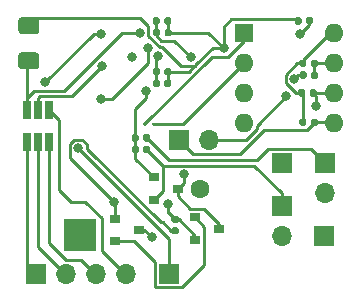
<source format=gbr>
%TF.GenerationSoftware,KiCad,Pcbnew,(5.1.6)-1*%
%TF.CreationDate,2020-10-15T17:46:37+08:00*%
%TF.ProjectId,Music_Player,4d757369-635f-4506-9c61-7965722e6b69,rev?*%
%TF.SameCoordinates,Original*%
%TF.FileFunction,Copper,L4,Bot*%
%TF.FilePolarity,Positive*%
%FSLAX46Y46*%
G04 Gerber Fmt 4.6, Leading zero omitted, Abs format (unit mm)*
G04 Created by KiCad (PCBNEW (5.1.6)-1) date 2020-10-15 17:46:37*
%MOMM*%
%LPD*%
G01*
G04 APERTURE LIST*
%TA.AperFunction,ComponentPad*%
%ADD10C,0.320000*%
%TD*%
%TA.AperFunction,SMDPad,CuDef*%
%ADD11R,0.650000X1.560000*%
%TD*%
%TA.AperFunction,ComponentPad*%
%ADD12O,1.600000X1.600000*%
%TD*%
%TA.AperFunction,ComponentPad*%
%ADD13R,1.600000X1.600000*%
%TD*%
%TA.AperFunction,SMDPad,CuDef*%
%ADD14R,0.900000X0.800000*%
%TD*%
%TA.AperFunction,ComponentPad*%
%ADD15R,1.700000X1.700000*%
%TD*%
%TA.AperFunction,ComponentPad*%
%ADD16O,1.700000X1.700000*%
%TD*%
%TA.AperFunction,ComponentPad*%
%ADD17C,1.600000*%
%TD*%
%TA.AperFunction,ComponentPad*%
%ADD18R,2.700000X2.700000*%
%TD*%
%TA.AperFunction,ViaPad*%
%ADD19C,0.800000*%
%TD*%
%TA.AperFunction,Conductor*%
%ADD20C,0.250000*%
%TD*%
G04 APERTURE END LIST*
D10*
%TO.P,Y1,2*%
%TO.N,Net-(U2-Pad2)*%
X21700000Y-19300000D03*
%TO.P,Y1,1*%
%TO.N,Net-(U2-Pad1)*%
X21000000Y-19300000D03*
%TD*%
D11*
%TO.P,U6,5*%
%TO.N,/BAT_D3*%
X12000000Y-20850000D03*
%TO.P,U6,6*%
%TO.N,/BAT_D4*%
X11050000Y-20850000D03*
%TO.P,U6,4*%
%TO.N,/BAT_D2*%
X12950000Y-20850000D03*
%TO.P,U6,3*%
%TO.N,/BAT_D1*%
X12950000Y-18150000D03*
%TO.P,U6,2*%
%TO.N,GND*%
X12000000Y-18150000D03*
%TO.P,U6,1*%
%TO.N,/BAT_PWR*%
X11050000Y-18150000D03*
%TD*%
D12*
%TO.P,U2,8*%
%TO.N,+3V3*%
X37020000Y-11600000D03*
%TO.P,U2,4*%
%TO.N,GND*%
X29400000Y-19220000D03*
%TO.P,U2,7*%
%TO.N,/RTC_OUT*%
X37020000Y-14140000D03*
%TO.P,U2,3*%
%TO.N,Net-(BT1-Pad1)*%
X29400000Y-16680000D03*
%TO.P,U2,6*%
%TO.N,Net-(J1-Pad2)*%
X37020000Y-16680000D03*
%TO.P,U2,2*%
%TO.N,Net-(U2-Pad2)*%
X29400000Y-14140000D03*
%TO.P,U2,5*%
%TO.N,Net-(J1-Pad1)*%
X37020000Y-19220000D03*
D13*
%TO.P,U2,1*%
%TO.N,Net-(U2-Pad1)*%
X29400000Y-11600000D03*
%TD*%
D14*
%TO.P,U1,3*%
%TO.N,/BAT+*%
X20500000Y-28300000D03*
%TO.P,U1,2*%
%TO.N,GND*%
X18500000Y-27350000D03*
%TO.P,U1,1*%
%TO.N,Net-(Q1-Pad2)*%
X18500000Y-29250000D03*
%TD*%
%TO.P,R4,2*%
%TO.N,/RTC_OUT*%
%TA.AperFunction,SMDPad,CuDef*%
G36*
G01*
X35105000Y-15372500D02*
X35105000Y-15027500D01*
G75*
G02*
X35252500Y-14880000I147500J0D01*
G01*
X35547500Y-14880000D01*
G75*
G02*
X35695000Y-15027500I0J-147500D01*
G01*
X35695000Y-15372500D01*
G75*
G02*
X35547500Y-15520000I-147500J0D01*
G01*
X35252500Y-15520000D01*
G75*
G02*
X35105000Y-15372500I0J147500D01*
G01*
G37*
%TD.AperFunction*%
%TO.P,R4,1*%
%TO.N,Net-(D1-Pad2)*%
%TA.AperFunction,SMDPad,CuDef*%
G36*
G01*
X34135000Y-15372500D02*
X34135000Y-15027500D01*
G75*
G02*
X34282500Y-14880000I147500J0D01*
G01*
X34577500Y-14880000D01*
G75*
G02*
X34725000Y-15027500I0J-147500D01*
G01*
X34725000Y-15372500D01*
G75*
G02*
X34577500Y-15520000I-147500J0D01*
G01*
X34282500Y-15520000D01*
G75*
G02*
X34135000Y-15372500I0J147500D01*
G01*
G37*
%TD.AperFunction*%
%TD*%
%TO.P,R3,2*%
%TO.N,+3V3*%
%TA.AperFunction,SMDPad,CuDef*%
G36*
G01*
X34710000Y-14027500D02*
X34710000Y-14372500D01*
G75*
G02*
X34562500Y-14520000I-147500J0D01*
G01*
X34267500Y-14520000D01*
G75*
G02*
X34120000Y-14372500I0J147500D01*
G01*
X34120000Y-14027500D01*
G75*
G02*
X34267500Y-13880000I147500J0D01*
G01*
X34562500Y-13880000D01*
G75*
G02*
X34710000Y-14027500I0J-147500D01*
G01*
G37*
%TD.AperFunction*%
%TO.P,R3,1*%
%TO.N,/RTC_OUT*%
%TA.AperFunction,SMDPad,CuDef*%
G36*
G01*
X35680000Y-14027500D02*
X35680000Y-14372500D01*
G75*
G02*
X35532500Y-14520000I-147500J0D01*
G01*
X35237500Y-14520000D01*
G75*
G02*
X35090000Y-14372500I0J147500D01*
G01*
X35090000Y-14027500D01*
G75*
G02*
X35237500Y-13880000I147500J0D01*
G01*
X35532500Y-13880000D01*
G75*
G02*
X35680000Y-14027500I0J-147500D01*
G01*
G37*
%TD.AperFunction*%
%TD*%
%TO.P,R2,2*%
%TO.N,Net-(J1-Pad1)*%
%TA.AperFunction,SMDPad,CuDef*%
G36*
G01*
X35090000Y-19372500D02*
X35090000Y-19027500D01*
G75*
G02*
X35237500Y-18880000I147500J0D01*
G01*
X35532500Y-18880000D01*
G75*
G02*
X35680000Y-19027500I0J-147500D01*
G01*
X35680000Y-19372500D01*
G75*
G02*
X35532500Y-19520000I-147500J0D01*
G01*
X35237500Y-19520000D01*
G75*
G02*
X35090000Y-19372500I0J147500D01*
G01*
G37*
%TD.AperFunction*%
%TO.P,R2,1*%
%TO.N,+3V3*%
%TA.AperFunction,SMDPad,CuDef*%
G36*
G01*
X34120000Y-19372500D02*
X34120000Y-19027500D01*
G75*
G02*
X34267500Y-18880000I147500J0D01*
G01*
X34562500Y-18880000D01*
G75*
G02*
X34710000Y-19027500I0J-147500D01*
G01*
X34710000Y-19372500D01*
G75*
G02*
X34562500Y-19520000I-147500J0D01*
G01*
X34267500Y-19520000D01*
G75*
G02*
X34120000Y-19372500I0J147500D01*
G01*
G37*
%TD.AperFunction*%
%TD*%
%TO.P,R1,2*%
%TO.N,Net-(J1-Pad2)*%
%TA.AperFunction,SMDPad,CuDef*%
G36*
G01*
X34975000Y-16872500D02*
X34975000Y-16527500D01*
G75*
G02*
X35122500Y-16380000I147500J0D01*
G01*
X35417500Y-16380000D01*
G75*
G02*
X35565000Y-16527500I0J-147500D01*
G01*
X35565000Y-16872500D01*
G75*
G02*
X35417500Y-17020000I-147500J0D01*
G01*
X35122500Y-17020000D01*
G75*
G02*
X34975000Y-16872500I0J147500D01*
G01*
G37*
%TD.AperFunction*%
%TO.P,R1,1*%
%TO.N,+3V3*%
%TA.AperFunction,SMDPad,CuDef*%
G36*
G01*
X34005000Y-16872500D02*
X34005000Y-16527500D01*
G75*
G02*
X34152500Y-16380000I147500J0D01*
G01*
X34447500Y-16380000D01*
G75*
G02*
X34595000Y-16527500I0J-147500D01*
G01*
X34595000Y-16872500D01*
G75*
G02*
X34447500Y-17020000I-147500J0D01*
G01*
X34152500Y-17020000D01*
G75*
G02*
X34005000Y-16872500I0J147500D01*
G01*
G37*
%TD.AperFunction*%
%TD*%
%TO.P,Q2,3*%
%TO.N,/BAT+*%
X23800000Y-24800000D03*
%TO.P,Q2,2*%
%TO.N,+5V*%
X21800000Y-23850000D03*
%TO.P,Q2,1*%
%TO.N,/bat_+*%
X21800000Y-25750000D03*
%TD*%
%TO.P,Q1,3*%
%TO.N,/BAT+*%
X27300000Y-28200000D03*
%TO.P,Q1,2*%
%TO.N,Net-(Q1-Pad2)*%
X25300000Y-27250000D03*
%TO.P,Q1,1*%
%TO.N,/BAT_PWR*%
X25300000Y-29150000D03*
%TD*%
D15*
%TO.P,J7,1*%
%TO.N,/RTC_OUT*%
X32600000Y-22600000D03*
%TD*%
%TO.P,J6,1*%
%TO.N,+3V3*%
X36200000Y-28800000D03*
%TD*%
%TO.P,J5,1*%
%TO.N,CVDD*%
X23100000Y-32000000D03*
%TD*%
D16*
%TO.P,J4,4*%
%TO.N,/BAT_D1*%
X19420000Y-32000000D03*
%TO.P,J4,3*%
%TO.N,/BAT_D2*%
X16880000Y-32000000D03*
%TO.P,J4,2*%
%TO.N,/BAT_D3*%
X14340000Y-32000000D03*
D15*
%TO.P,J4,1*%
%TO.N,/BAT_D4*%
X11800000Y-32000000D03*
%TD*%
D16*
%TO.P,J3,2*%
%TO.N,GND*%
X36300000Y-25140000D03*
D15*
%TO.P,J3,1*%
%TO.N,VBUS*%
X36300000Y-22600000D03*
%TD*%
D16*
%TO.P,J2,2*%
%TO.N,GND*%
X32600000Y-28840000D03*
D15*
%TO.P,J2,1*%
%TO.N,/bat_+*%
X32600000Y-26300000D03*
%TD*%
D16*
%TO.P,J1,2*%
%TO.N,Net-(J1-Pad2)*%
X26440000Y-20700000D03*
D15*
%TO.P,J1,1*%
%TO.N,Net-(J1-Pad1)*%
X23900000Y-20700000D03*
%TD*%
%TO.P,D8,2*%
%TO.N,/bat_+*%
%TA.AperFunction,SMDPad,CuDef*%
G36*
G01*
X20890000Y-21672500D02*
X20890000Y-21327500D01*
G75*
G02*
X21037500Y-21180000I147500J0D01*
G01*
X21332500Y-21180000D01*
G75*
G02*
X21480000Y-21327500I0J-147500D01*
G01*
X21480000Y-21672500D01*
G75*
G02*
X21332500Y-21820000I-147500J0D01*
G01*
X21037500Y-21820000D01*
G75*
G02*
X20890000Y-21672500I0J147500D01*
G01*
G37*
%TD.AperFunction*%
%TO.P,D8,1*%
%TO.N,+5V*%
%TA.AperFunction,SMDPad,CuDef*%
G36*
G01*
X19920000Y-21672500D02*
X19920000Y-21327500D01*
G75*
G02*
X20067500Y-21180000I147500J0D01*
G01*
X20362500Y-21180000D01*
G75*
G02*
X20510000Y-21327500I0J-147500D01*
G01*
X20510000Y-21672500D01*
G75*
G02*
X20362500Y-21820000I-147500J0D01*
G01*
X20067500Y-21820000D01*
G75*
G02*
X19920000Y-21672500I0J147500D01*
G01*
G37*
%TD.AperFunction*%
%TD*%
%TO.P,D7,2*%
%TO.N,+5V*%
%TA.AperFunction,SMDPad,CuDef*%
G36*
G01*
X20510000Y-20327500D02*
X20510000Y-20672500D01*
G75*
G02*
X20362500Y-20820000I-147500J0D01*
G01*
X20067500Y-20820000D01*
G75*
G02*
X19920000Y-20672500I0J147500D01*
G01*
X19920000Y-20327500D01*
G75*
G02*
X20067500Y-20180000I147500J0D01*
G01*
X20362500Y-20180000D01*
G75*
G02*
X20510000Y-20327500I0J-147500D01*
G01*
G37*
%TD.AperFunction*%
%TO.P,D7,1*%
%TO.N,VBUS*%
%TA.AperFunction,SMDPad,CuDef*%
G36*
G01*
X21480000Y-20327500D02*
X21480000Y-20672500D01*
G75*
G02*
X21332500Y-20820000I-147500J0D01*
G01*
X21037500Y-20820000D01*
G75*
G02*
X20890000Y-20672500I0J147500D01*
G01*
X20890000Y-20327500D01*
G75*
G02*
X21037500Y-20180000I147500J0D01*
G01*
X21332500Y-20180000D01*
G75*
G02*
X21480000Y-20327500I0J-147500D01*
G01*
G37*
%TD.AperFunction*%
%TD*%
%TO.P,D1,2*%
%TO.N,Net-(D1-Pad2)*%
%TA.AperFunction,SMDPad,CuDef*%
G36*
G01*
X34675000Y-10772500D02*
X34675000Y-10427500D01*
G75*
G02*
X34822500Y-10280000I147500J0D01*
G01*
X35117500Y-10280000D01*
G75*
G02*
X35265000Y-10427500I0J-147500D01*
G01*
X35265000Y-10772500D01*
G75*
G02*
X35117500Y-10920000I-147500J0D01*
G01*
X34822500Y-10920000D01*
G75*
G02*
X34675000Y-10772500I0J147500D01*
G01*
G37*
%TD.AperFunction*%
%TO.P,D1,1*%
%TO.N,GND*%
%TA.AperFunction,SMDPad,CuDef*%
G36*
G01*
X33705000Y-10772500D02*
X33705000Y-10427500D01*
G75*
G02*
X33852500Y-10280000I147500J0D01*
G01*
X34147500Y-10280000D01*
G75*
G02*
X34295000Y-10427500I0J-147500D01*
G01*
X34295000Y-10772500D01*
G75*
G02*
X34147500Y-10920000I-147500J0D01*
G01*
X33852500Y-10920000D01*
G75*
G02*
X33705000Y-10772500I0J147500D01*
G01*
G37*
%TD.AperFunction*%
%TD*%
%TO.P,C11,2*%
%TO.N,GND*%
%TA.AperFunction,SMDPad,CuDef*%
G36*
G01*
X11825000Y-11725000D02*
X10575000Y-11725000D01*
G75*
G02*
X10325000Y-11475000I0J250000D01*
G01*
X10325000Y-10550000D01*
G75*
G02*
X10575000Y-10300000I250000J0D01*
G01*
X11825000Y-10300000D01*
G75*
G02*
X12075000Y-10550000I0J-250000D01*
G01*
X12075000Y-11475000D01*
G75*
G02*
X11825000Y-11725000I-250000J0D01*
G01*
G37*
%TD.AperFunction*%
%TO.P,C11,1*%
%TO.N,/BAT_PWR*%
%TA.AperFunction,SMDPad,CuDef*%
G36*
G01*
X11825000Y-14700000D02*
X10575000Y-14700000D01*
G75*
G02*
X10325000Y-14450000I0J250000D01*
G01*
X10325000Y-13525000D01*
G75*
G02*
X10575000Y-13275000I250000J0D01*
G01*
X11825000Y-13275000D01*
G75*
G02*
X12075000Y-13525000I0J-250000D01*
G01*
X12075000Y-14450000D01*
G75*
G02*
X11825000Y-14700000I-250000J0D01*
G01*
G37*
%TD.AperFunction*%
%TD*%
%TO.P,C10,2*%
%TO.N,GND*%
%TA.AperFunction,SMDPad,CuDef*%
G36*
G01*
X22705000Y-11772500D02*
X22705000Y-11427500D01*
G75*
G02*
X22852500Y-11280000I147500J0D01*
G01*
X23147500Y-11280000D01*
G75*
G02*
X23295000Y-11427500I0J-147500D01*
G01*
X23295000Y-11772500D01*
G75*
G02*
X23147500Y-11920000I-147500J0D01*
G01*
X22852500Y-11920000D01*
G75*
G02*
X22705000Y-11772500I0J147500D01*
G01*
G37*
%TD.AperFunction*%
%TO.P,C10,1*%
%TO.N,+3V3*%
%TA.AperFunction,SMDPad,CuDef*%
G36*
G01*
X21735000Y-11772500D02*
X21735000Y-11427500D01*
G75*
G02*
X21882500Y-11280000I147500J0D01*
G01*
X22177500Y-11280000D01*
G75*
G02*
X22325000Y-11427500I0J-147500D01*
G01*
X22325000Y-11772500D01*
G75*
G02*
X22177500Y-11920000I-147500J0D01*
G01*
X21882500Y-11920000D01*
G75*
G02*
X21735000Y-11772500I0J147500D01*
G01*
G37*
%TD.AperFunction*%
%TD*%
%TO.P,C9,2*%
%TO.N,GND*%
%TA.AperFunction,SMDPad,CuDef*%
G36*
G01*
X22675000Y-10772500D02*
X22675000Y-10427500D01*
G75*
G02*
X22822500Y-10280000I147500J0D01*
G01*
X23117500Y-10280000D01*
G75*
G02*
X23265000Y-10427500I0J-147500D01*
G01*
X23265000Y-10772500D01*
G75*
G02*
X23117500Y-10920000I-147500J0D01*
G01*
X22822500Y-10920000D01*
G75*
G02*
X22675000Y-10772500I0J147500D01*
G01*
G37*
%TD.AperFunction*%
%TO.P,C9,1*%
%TO.N,+3V3*%
%TA.AperFunction,SMDPad,CuDef*%
G36*
G01*
X21705000Y-10772500D02*
X21705000Y-10427500D01*
G75*
G02*
X21852500Y-10280000I147500J0D01*
G01*
X22147500Y-10280000D01*
G75*
G02*
X22295000Y-10427500I0J-147500D01*
G01*
X22295000Y-10772500D01*
G75*
G02*
X22147500Y-10920000I-147500J0D01*
G01*
X21852500Y-10920000D01*
G75*
G02*
X21705000Y-10772500I0J147500D01*
G01*
G37*
%TD.AperFunction*%
%TD*%
%TO.P,C6,2*%
%TO.N,GND*%
%TA.AperFunction,SMDPad,CuDef*%
G36*
G01*
X22690000Y-16072500D02*
X22690000Y-15727500D01*
G75*
G02*
X22837500Y-15580000I147500J0D01*
G01*
X23132500Y-15580000D01*
G75*
G02*
X23280000Y-15727500I0J-147500D01*
G01*
X23280000Y-16072500D01*
G75*
G02*
X23132500Y-16220000I-147500J0D01*
G01*
X22837500Y-16220000D01*
G75*
G02*
X22690000Y-16072500I0J147500D01*
G01*
G37*
%TD.AperFunction*%
%TO.P,C6,1*%
%TO.N,Net-(C5-Pad1)*%
%TA.AperFunction,SMDPad,CuDef*%
G36*
G01*
X21720000Y-16072500D02*
X21720000Y-15727500D01*
G75*
G02*
X21867500Y-15580000I147500J0D01*
G01*
X22162500Y-15580000D01*
G75*
G02*
X22310000Y-15727500I0J-147500D01*
G01*
X22310000Y-16072500D01*
G75*
G02*
X22162500Y-16220000I-147500J0D01*
G01*
X21867500Y-16220000D01*
G75*
G02*
X21720000Y-16072500I0J147500D01*
G01*
G37*
%TD.AperFunction*%
%TD*%
%TO.P,C5,2*%
%TO.N,GND*%
%TA.AperFunction,SMDPad,CuDef*%
G36*
G01*
X22690000Y-15072500D02*
X22690000Y-14727500D01*
G75*
G02*
X22837500Y-14580000I147500J0D01*
G01*
X23132500Y-14580000D01*
G75*
G02*
X23280000Y-14727500I0J-147500D01*
G01*
X23280000Y-15072500D01*
G75*
G02*
X23132500Y-15220000I-147500J0D01*
G01*
X22837500Y-15220000D01*
G75*
G02*
X22690000Y-15072500I0J147500D01*
G01*
G37*
%TD.AperFunction*%
%TO.P,C5,1*%
%TO.N,Net-(C5-Pad1)*%
%TA.AperFunction,SMDPad,CuDef*%
G36*
G01*
X21720000Y-15072500D02*
X21720000Y-14727500D01*
G75*
G02*
X21867500Y-14580000I147500J0D01*
G01*
X22162500Y-14580000D01*
G75*
G02*
X22310000Y-14727500I0J-147500D01*
G01*
X22310000Y-15072500D01*
G75*
G02*
X22162500Y-15220000I-147500J0D01*
G01*
X21867500Y-15220000D01*
G75*
G02*
X21720000Y-15072500I0J147500D01*
G01*
G37*
%TD.AperFunction*%
%TD*%
%TO.P,C1,2*%
%TO.N,/BAT_PWR*%
%TA.AperFunction,SMDPad,CuDef*%
G36*
G01*
X23772500Y-27710000D02*
X23427500Y-27710000D01*
G75*
G02*
X23280000Y-27562500I0J147500D01*
G01*
X23280000Y-27267500D01*
G75*
G02*
X23427500Y-27120000I147500J0D01*
G01*
X23772500Y-27120000D01*
G75*
G02*
X23920000Y-27267500I0J-147500D01*
G01*
X23920000Y-27562500D01*
G75*
G02*
X23772500Y-27710000I-147500J0D01*
G01*
G37*
%TD.AperFunction*%
%TO.P,C1,1*%
%TO.N,GND*%
%TA.AperFunction,SMDPad,CuDef*%
G36*
G01*
X23772500Y-28680000D02*
X23427500Y-28680000D01*
G75*
G02*
X23280000Y-28532500I0J147500D01*
G01*
X23280000Y-28237500D01*
G75*
G02*
X23427500Y-28090000I147500J0D01*
G01*
X23772500Y-28090000D01*
G75*
G02*
X23920000Y-28237500I0J-147500D01*
G01*
X23920000Y-28532500D01*
G75*
G02*
X23772500Y-28680000I-147500J0D01*
G01*
G37*
%TD.AperFunction*%
%TD*%
D17*
%TO.P,BT1,2*%
%TO.N,GND*%
X25670000Y-24850000D03*
D18*
%TO.P,BT1,1*%
%TO.N,Net-(BT1-Pad1)*%
X15500000Y-28700000D03*
%TD*%
D19*
%TO.N,GND*%
X17371185Y-14434078D03*
X27700000Y-12900000D03*
X18400000Y-25900000D03*
%TO.N,+3V3*%
X24900000Y-13700000D03*
%TO.N,CVDD*%
X15400000Y-21400000D03*
%TO.N,/BAT_PWR*%
X23000000Y-26100000D03*
X20600000Y-11600004D03*
X19900000Y-13700000D03*
%TO.N,Net-(D1-Pad2)*%
X33700000Y-15500000D03*
X34200000Y-11700000D03*
%TO.N,+5V*%
X21100000Y-16575000D03*
%TO.N,Net-(L1-Pad2)*%
X12600000Y-15800000D03*
X17300000Y-11699996D03*
%TO.N,/BAT+*%
X21600000Y-28900000D03*
X24305154Y-23605154D03*
%TO.N,Net-(C3-Pad2)*%
X21300000Y-12900000D03*
X17300000Y-17200000D03*
%TO.N,Net-(C5-Pad1)*%
X22157500Y-13557500D03*
%TO.N,Net-(J1-Pad2)*%
X33000000Y-17000000D03*
X35500000Y-17800000D03*
%TD*%
D20*
%TO.N,GND*%
X22970000Y-10600000D02*
X22970000Y-11570000D01*
X23000000Y-11600000D02*
X26400000Y-11600000D01*
X26400000Y-11600000D02*
X27700000Y-12900000D01*
X27700000Y-11114998D02*
X27700000Y-12900000D01*
X28339999Y-10474999D02*
X27700000Y-11114998D01*
X33874999Y-10474999D02*
X28339999Y-10474999D01*
X34000000Y-10600000D02*
X33874999Y-10474999D01*
X26763590Y-12900000D02*
X27700000Y-12900000D01*
X14830252Y-16975011D02*
X17371185Y-14434078D01*
X12144989Y-16975011D02*
X14830252Y-16975011D01*
X12000000Y-17120000D02*
X12144989Y-16975011D01*
X12000000Y-18150000D02*
X12000000Y-17120000D01*
X22985000Y-15900000D02*
X22985000Y-14900000D01*
X25481795Y-14181795D02*
X26763590Y-12900000D01*
X22985000Y-14900000D02*
X24763590Y-14900000D01*
X24763590Y-14900000D02*
X25481795Y-14181795D01*
X18500000Y-27350000D02*
X18500000Y-26000000D01*
X18500000Y-26000000D02*
X18400000Y-25900000D01*
X23600000Y-28385000D02*
X23280000Y-28385000D01*
X22549991Y-27654991D02*
X22354991Y-27654991D01*
X23280000Y-28385000D02*
X22549991Y-27654991D01*
X14674999Y-22174999D02*
X18400000Y-25900000D01*
X14674999Y-21051999D02*
X14674999Y-22174999D01*
X15051999Y-20674999D02*
X14674999Y-21051999D01*
X16125001Y-21051999D02*
X15748001Y-20674999D01*
X16125001Y-21425001D02*
X16125001Y-21051999D01*
X15748001Y-20674999D02*
X15051999Y-20674999D01*
X22354991Y-27654991D02*
X16125001Y-21425001D01*
X24098005Y-14425001D02*
X25238589Y-14425001D01*
X22505502Y-12832498D02*
X24098005Y-14425001D01*
X22274266Y-12832498D02*
X22505502Y-12832498D01*
X21325013Y-11051987D02*
X21325013Y-11883245D01*
X11200000Y-11012500D02*
X11837501Y-10374999D01*
X11837501Y-10374999D02*
X20648025Y-10374999D01*
X21325013Y-11883245D02*
X22274266Y-12832498D01*
X20648025Y-10374999D02*
X21325013Y-11051987D01*
X25238589Y-14425001D02*
X25481795Y-14181795D01*
%TO.N,+3V3*%
X22000000Y-11570000D02*
X22030000Y-11600000D01*
X22000000Y-10600000D02*
X22000000Y-11570000D01*
X34415000Y-16815000D02*
X34300000Y-16700000D01*
X34415000Y-19200000D02*
X34415000Y-16815000D01*
X34300000Y-14315000D02*
X34415000Y-14200000D01*
X36695000Y-11600000D02*
X37020000Y-11600000D01*
X34415000Y-13880000D02*
X36695000Y-11600000D01*
X34415000Y-14200000D02*
X34415000Y-13880000D01*
X32974999Y-15151999D02*
X33926998Y-14200000D01*
X32974999Y-15848001D02*
X32974999Y-15151999D01*
X33826998Y-16700000D02*
X32974999Y-15848001D01*
X33926998Y-14200000D02*
X34415000Y-14200000D01*
X34300000Y-16700000D02*
X33826998Y-16700000D01*
X22030000Y-11600000D02*
X22030000Y-11920000D01*
X22030000Y-11920000D02*
X22434987Y-12324987D01*
X22434987Y-12324987D02*
X23524987Y-12324987D01*
X23524987Y-12324987D02*
X24900000Y-13700000D01*
%TO.N,CVDD*%
X23100000Y-32000000D02*
X23100000Y-29100000D01*
X23100000Y-29100000D02*
X15400000Y-21400000D01*
%TO.N,/BAT_PWR*%
X11050000Y-14375000D02*
X11112500Y-14312500D01*
X11112500Y-14312500D02*
X11112500Y-14585502D01*
X23000000Y-26850000D02*
X23000000Y-26100000D01*
X23035000Y-26850000D02*
X23600000Y-27415000D01*
X23000000Y-26850000D02*
X23035000Y-26850000D01*
X25300000Y-28795000D02*
X25300000Y-29150000D01*
X23920000Y-27415000D02*
X25300000Y-28795000D01*
X23600000Y-27415000D02*
X23920000Y-27415000D01*
X11050000Y-14137500D02*
X11200000Y-13987500D01*
X11050000Y-18150000D02*
X11050000Y-14137500D01*
X11644998Y-16525002D02*
X14209314Y-16525002D01*
X19134312Y-11600004D02*
X20600000Y-11600004D01*
X11050000Y-18150000D02*
X11050000Y-17120000D01*
X14209314Y-16525002D02*
X19134312Y-11600004D01*
X11050000Y-17120000D02*
X11644998Y-16525002D01*
%TO.N,Net-(D1-Pad2)*%
X34430000Y-15200000D02*
X34000000Y-15200000D01*
X34000000Y-15200000D02*
X33700000Y-15500000D01*
X34970000Y-10930000D02*
X34970000Y-10600000D01*
X34200000Y-11700000D02*
X34970000Y-10930000D01*
%TO.N,+5V*%
X20215000Y-18025685D02*
X20215000Y-20500000D01*
X21100000Y-17140685D02*
X20215000Y-18025685D01*
X21100000Y-16575000D02*
X21100000Y-17140685D01*
X20215000Y-20500000D02*
X20215000Y-21500000D01*
X20215000Y-22265000D02*
X21800000Y-23850000D01*
X20215000Y-21500000D02*
X20215000Y-22265000D01*
%TO.N,VBUS*%
X21185000Y-20511768D02*
X23073232Y-22400000D01*
X21185000Y-20500000D02*
X21185000Y-20511768D01*
X31489999Y-21424999D02*
X35124999Y-21424999D01*
X30514998Y-22400000D02*
X31489999Y-21424999D01*
X35124999Y-21424999D02*
X36300000Y-22600000D01*
X23073232Y-22400000D02*
X30514998Y-22400000D01*
%TO.N,Net-(L1-Pad2)*%
X12600000Y-15800000D02*
X16700004Y-11699996D01*
X16700004Y-11699996D02*
X17300000Y-11699996D01*
%TO.N,/BAT+*%
X26010001Y-26524999D02*
X27300000Y-27814998D01*
X27300000Y-27814998D02*
X27300000Y-28200000D01*
X24874999Y-26524999D02*
X26010001Y-26524999D01*
X23800000Y-25450000D02*
X24874999Y-26524999D01*
X23800000Y-24800000D02*
X23800000Y-25450000D01*
X20500000Y-28300000D02*
X21000000Y-28300000D01*
X21000000Y-28300000D02*
X21600000Y-28900000D01*
X24305154Y-24294846D02*
X23800000Y-24800000D01*
X24305154Y-23605154D02*
X24305154Y-24294846D01*
%TO.N,/BAT_D1*%
X19420000Y-32100000D02*
X17400000Y-30080000D01*
X17400000Y-27314998D02*
X15985002Y-25900000D01*
X17400000Y-30080000D02*
X17400000Y-27314998D01*
X15985002Y-25900000D02*
X14800000Y-25900000D01*
X14800000Y-25900000D02*
X13800000Y-24900000D01*
X13800000Y-19000000D02*
X12950000Y-18150000D01*
X13800000Y-24900000D02*
X13800000Y-19000000D01*
%TO.N,/BAT_D2*%
X12950000Y-29435002D02*
X12950000Y-20850000D01*
X15604999Y-30824999D02*
X14339997Y-30824999D01*
X14339997Y-30824999D02*
X12950000Y-29435002D01*
X16880000Y-32100000D02*
X15604999Y-30824999D01*
%TO.N,/BAT_D3*%
X12000000Y-29760000D02*
X14340000Y-32100000D01*
X12000000Y-20850000D02*
X12000000Y-29760000D01*
%TO.N,/BAT_D4*%
X11050000Y-31350000D02*
X11050000Y-20850000D01*
X11800000Y-32100000D02*
X11050000Y-31350000D01*
%TO.N,Net-(C3-Pad2)*%
X21300000Y-12900000D02*
X21300000Y-14165685D01*
X21300000Y-14165685D02*
X18265685Y-17200000D01*
X18265685Y-17200000D02*
X17300000Y-17200000D01*
%TO.N,Net-(C5-Pad1)*%
X22015000Y-15900000D02*
X22015000Y-14900000D01*
X22015000Y-13700000D02*
X22157500Y-13557500D01*
X22015000Y-14900000D02*
X22015000Y-13700000D01*
%TO.N,Net-(J1-Pad2)*%
X37000000Y-16700000D02*
X37020000Y-16680000D01*
X35270000Y-16700000D02*
X37000000Y-16700000D01*
X29585002Y-20700000D02*
X26440000Y-20700000D01*
X30525001Y-19760001D02*
X29585002Y-20700000D01*
X30525001Y-19760001D02*
X30525001Y-19474999D01*
X30525001Y-19474999D02*
X33000000Y-17000000D01*
X35500000Y-16930000D02*
X35270000Y-16700000D01*
X35500000Y-17800000D02*
X35500000Y-16930000D01*
%TO.N,Net-(J1-Pad1)*%
X37000000Y-19200000D02*
X37020000Y-19220000D01*
X35385000Y-19200000D02*
X37000000Y-19200000D01*
X25075001Y-21875001D02*
X29124999Y-21875001D01*
X23900000Y-20700000D02*
X25075001Y-21875001D01*
X35385000Y-19218232D02*
X35385000Y-19200000D01*
X34758222Y-19845010D02*
X35385000Y-19218232D01*
X31154990Y-19845010D02*
X34758222Y-19845010D01*
X29124999Y-21875001D02*
X31154990Y-19845010D01*
%TO.N,Net-(Q1-Pad2)*%
X26075001Y-28025001D02*
X25300000Y-27250000D01*
X26075001Y-31310001D02*
X26075001Y-28025001D01*
X24210001Y-33175001D02*
X26075001Y-31310001D01*
X21989999Y-33175001D02*
X24210001Y-33175001D01*
X21924999Y-33110001D02*
X21989999Y-33175001D01*
X20150000Y-29250000D02*
X21924999Y-31024999D01*
X21924999Y-31024999D02*
X21924999Y-33110001D01*
X18500000Y-29250000D02*
X20150000Y-29250000D01*
%TO.N,Net-(U2-Pad2)*%
X24240000Y-19300000D02*
X29400000Y-14140000D01*
X21700000Y-19300000D02*
X24240000Y-19300000D01*
%TO.N,Net-(U2-Pad1)*%
X29400000Y-12273002D02*
X29400000Y-11600000D01*
X28048001Y-13625001D02*
X29400000Y-12273002D01*
X26674999Y-13625001D02*
X28048001Y-13625001D01*
X21000000Y-19300000D02*
X26674999Y-13625001D01*
%TO.N,/bat_+*%
X30250010Y-22850010D02*
X22535010Y-22850010D01*
X32600000Y-25200000D02*
X30250010Y-22850010D01*
X32600000Y-26300000D02*
X32600000Y-25200000D01*
X22575001Y-24974999D02*
X22575001Y-22890001D01*
X22575001Y-22890001D02*
X22342500Y-22657500D01*
X22535010Y-22850010D02*
X22342500Y-22657500D01*
X21800000Y-25750000D02*
X22575001Y-24974999D01*
X22342500Y-22657500D02*
X21185000Y-21500000D01*
%TO.N,/RTC_OUT*%
X35445000Y-14140000D02*
X35385000Y-14200000D01*
X37020000Y-14140000D02*
X35445000Y-14140000D01*
X35385000Y-15185000D02*
X35400000Y-15200000D01*
X35385000Y-14200000D02*
X35385000Y-15185000D01*
%TD*%
M02*

</source>
